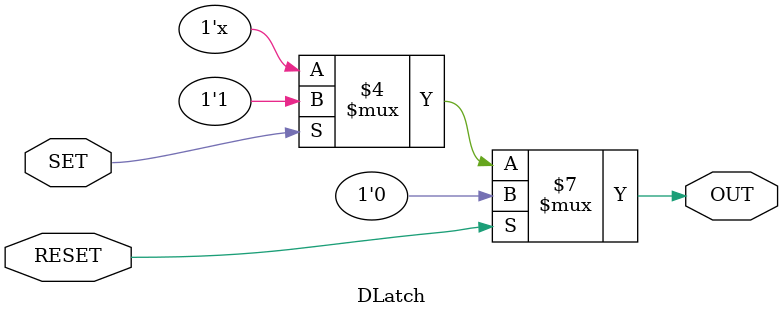
<source format=v>

module DLatch(
    input wire SET,
    input wire RESET,
    output reg OUT
);

always @(*) begin
    if (RESET == 1)
        OUT <= 1'b0;
    else if (SET == 1)
        OUT <= 1'b1;
end

endmodule

</source>
